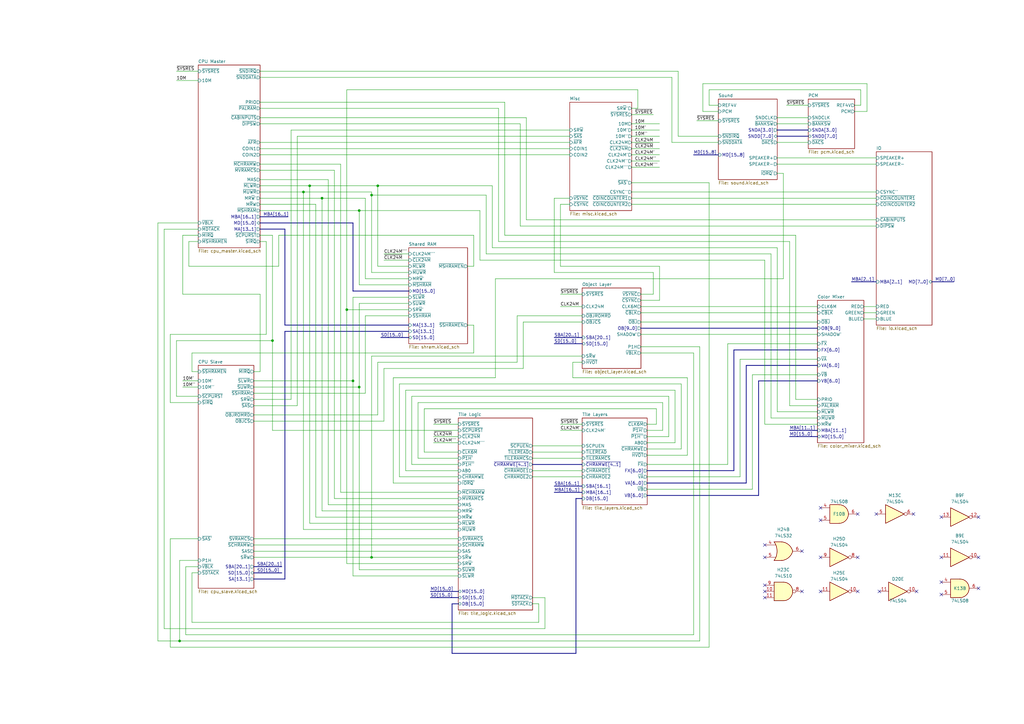
<source format=kicad_sch>
(kicad_sch (version 20230121) (generator eeschema)
  (paper "A3")
  (title_block (title "Gradius 3") (date "2024-04-11") (company "Konami GX945") (comment 1 "Ulf Skutnabba, twitter: @skutis77"))
  (lib_symbols
    (symbol "jt74:74LS04" (pin_names (offset 1.016))
      (property "Reference" "U" (at 0 1.27 0))
      (property "Value" "74LS04" (at 0 -1.27 0))
      (symbol "74LS04_1_0"
        (pin input line (at -7.62 0 0) (length 3.81) (name "~") (number "1"))
        (pin output inverted (at 7.62 0 180) (length 3.81) (name "~") (number "2"))
      )
      (symbol "74LS04_2_0"
        (pin input line (at -7.62 0 0) (length 3.81) (name "~") (number "3"))
        (pin output inverted (at 7.62 0 180) (length 3.81) (name "~") (number "4"))
      )
      (symbol "74LS04_3_0"
        (pin input line (at -7.62 0 0) (length 3.81) (name "~") (number "5"))
        (pin output inverted (at 7.62 0 180) (length 3.81) (name "~") (number "6"))
      )
      (symbol "74LS04_4_0"
        (pin output inverted (at 7.62 0 180) (length 3.81) (name "~") (number "8"))
        (pin input line (at -7.62 0 0) (length 3.81) (name "~") (number "9"))
      )
      (symbol "74LS04_5_0"
        (pin output inverted (at 7.62 0 180) (length 3.81) (name "~") (number "10"))
        (pin input line (at -7.62 0 0) (length 3.81) (name "~") (number "11"))
      )
      (symbol "74LS04_6_0"
        (pin output inverted (at 7.62 0 180) (length 3.81) (name "~") (number "12"))
        (pin input line (at -7.62 0 0) (length 3.81) (name "~") (number "13"))
      )
      (symbol "74LS04_7_0"
        (pin power_in line (at 0 7.62 270) (length 5.08) hide (name "VCC") (number "14"))
        (pin power_in line (at 0 -7.62 90) (length 5.08) hide (name "VSS") (number "7"))
      )
    )
    (symbol "jt74:74LS08" (pin_names (offset 1.016))
      (property "Reference" "U" (at 0 1.27 0))
      (property "Value" "74LS08" (at 0 -1.27 0))
      (symbol "74LS08_1_1"
        (pin input line (at -7.62 2.54 0) (length 3.81) (name "~") (number "1"))
        (pin input line (at -7.62 -2.54 0) (length 3.81) (name "~") (number "2"))
        (pin output line (at 7.62 0 180) (length 3.81) (name "~") (number "3"))
      )
      (symbol "74LS08_1_2"
        (pin input inverted (at -7.62 2.54 0) (length 4.318) (name "~") (number "1"))
        (pin input inverted (at -7.62 -2.54 0) (length 4.318) (name "~") (number "2"))
        (pin output inverted (at 7.62 0 180) (length 3.81) (name "~") (number "3"))
      )
      (symbol "74LS08_2_1"
        (pin input line (at -7.62 2.54 0) (length 3.81) (name "~") (number "4"))
        (pin input line (at -7.62 -2.54 0) (length 3.81) (name "~") (number "5"))
        (pin output line (at 7.62 0 180) (length 3.81) (name "~") (number "6"))
      )
      (symbol "74LS08_2_2"
        (pin input inverted (at -7.62 2.54 0) (length 4.318) (name "~") (number "4"))
        (pin input inverted (at -7.62 -2.54 0) (length 4.318) (name "~") (number "5"))
        (pin output inverted (at 7.62 0 180) (length 3.81) (name "~") (number "6"))
      )
      (symbol "74LS08_3_1"
        (pin input line (at -7.62 -2.54 0) (length 3.81) (name "~") (number "10"))
        (pin output line (at 7.62 0 180) (length 3.81) (name "~") (number "8"))
        (pin input line (at -7.62 2.54 0) (length 3.81) (name "~") (number "9"))
      )
      (symbol "74LS08_3_2"
        (pin input inverted (at -7.62 -2.54 0) (length 4.318) (name "~") (number "10"))
        (pin output inverted (at 7.62 0 180) (length 3.81) (name "~") (number "8"))
        (pin input inverted (at -7.62 2.54 0) (length 4.318) (name "~") (number "9"))
      )
      (symbol "74LS08_4_1"
        (pin output line (at 7.62 0 180) (length 3.81) (name "~") (number "11"))
        (pin input line (at -7.62 2.54 0) (length 3.81) (name "~") (number "12"))
        (pin input line (at -7.62 -2.54 0) (length 3.81) (name "~") (number "13"))
      )
      (symbol "74LS08_4_2"
        (pin output inverted (at 7.62 0 180) (length 3.81) (name "~") (number "11"))
        (pin input inverted (at -7.62 2.54 0) (length 4.318) (name "~") (number "12"))
        (pin input inverted (at -7.62 -2.54 0) (length 4.318) (name "~") (number "13"))
      )
      (symbol "74LS08_5_0"
        (pin power_in line (at 0 7.62 270) (length 5.08) hide (name "VCC") (number "14"))
        (pin power_in line (at 0 -7.62 90) (length 5.08) hide (name "VSS") (number "7"))
      )
    )
    (symbol "jt74:74LS10" (pin_names (offset 1.016))
      (property "Reference" "U" (at 0 1.27 0))
      (property "Value" "74LS10" (at 0 -1.27 0))
      (symbol "74LS10_1_1"
        (pin input line (at -7.62 2.54 0) (length 3.81) (name "~") (number "1"))
        (pin output inverted (at 7.62 0 180) (length 3.81) (name "~") (number "12"))
        (pin input line (at -7.62 -2.54 0) (length 3.81) (name "~") (number "13"))
        (pin input line (at -7.62 0 0) (length 3.81) (name "~") (number "2"))
      )
      (symbol "74LS10_1_2"
        (pin input inverted (at -7.62 2.54 0) (length 4.318) (name "~") (number "1"))
        (pin output line (at 7.62 0 180) (length 3.81) (name "~") (number "12"))
        (pin input inverted (at -7.62 -2.54 0) (length 4.318) (name "~") (number "13"))
        (pin input inverted (at -7.62 0 0) (length 4.953) (name "~") (number "2"))
      )
      (symbol "74LS10_2_1"
        (pin input line (at -7.62 2.54 0) (length 3.81) (name "~") (number "3"))
        (pin input line (at -7.62 0 0) (length 3.81) (name "~") (number "4"))
        (pin input line (at -7.62 -2.54 0) (length 3.81) (name "~") (number "5"))
        (pin output inverted (at 7.62 0 180) (length 3.81) (name "~") (number "6"))
      )
      (symbol "74LS10_2_2"
        (pin input inverted (at -7.62 2.54 0) (length 4.318) (name "~") (number "3"))
        (pin input inverted (at -7.62 0 0) (length 4.953) (name "~") (number "4"))
        (pin input inverted (at -7.62 -2.54 0) (length 4.318) (name "~") (number "5"))
        (pin output line (at 7.62 0 180) (length 3.81) (name "~") (number "6"))
      )
      (symbol "74LS10_3_1"
        (pin input line (at -7.62 0 0) (length 3.81) (name "~") (number "10"))
        (pin input line (at -7.62 -2.54 0) (length 3.81) (name "~") (number "11"))
        (pin output inverted (at 7.62 0 180) (length 3.81) (name "~") (number "8"))
        (pin input line (at -7.62 2.54 0) (length 3.81) (name "~") (number "9"))
      )
      (symbol "74LS10_3_2"
        (pin input inverted (at -7.62 0 0) (length 4.953) (name "~") (number "10"))
        (pin input inverted (at -7.62 -2.54 0) (length 4.318) (name "~") (number "11"))
        (pin output line (at 7.62 0 180) (length 3.81) (name "~") (number "8"))
        (pin input inverted (at -7.62 2.54 0) (length 4.318) (name "~") (number "9"))
      )
      (symbol "74LS10_4_0"
        (pin power_in line (at 0 7.62 270) (length 5.08) hide (name "VCC") (number "14"))
        (pin power_in line (at 0 -7.62 90) (length 5.08) hide (name "VSS") (number "7"))
      )
    )
    (symbol "jt74:74LS32" (pin_names (offset 1.016))
      (property "Reference" "U" (at 0 1.27 0))
      (property "Value" "74LS32" (at 0 -1.27 0))
      (symbol "74LS32_1_1"
        (pin input line (at -7.62 2.54 0) (length 4.318) (name "~") (number "1"))
        (pin input line (at -7.62 -2.54 0) (length 4.318) (name "~") (number "2"))
        (pin output line (at 7.62 0 180) (length 3.81) (name "~") (number "3"))
      )
      (symbol "74LS32_1_2"
        (pin input inverted (at -7.62 2.54 0) (length 3.81) (name "~") (number "1"))
        (pin input inverted (at -7.62 -2.54 0) (length 3.81) (name "~") (number "2"))
        (pin output inverted (at 7.62 0 180) (length 3.81) (name "~") (number "3"))
      )
      (symbol "74LS32_2_1"
        (pin input line (at -7.62 2.54 0) (length 4.318) (name "~") (number "4"))
        (pin input line (at -7.62 -2.54 0) (length 4.318) (name "~") (number "5"))
        (pin output line (at 7.62 0 180) (length 3.81) (name "~") (number "6"))
      )
      (symbol "74LS32_2_2"
        (pin input inverted (at -7.62 2.54 0) (length 3.81) (name "~") (number "4"))
        (pin input inverted (at -7.62 -2.54 0) (length 3.81) (name "~") (number "5"))
        (pin output inverted (at 7.62 0 180) (length 3.81) (name "~") (number "6"))
      )
      (symbol "74LS32_3_1"
        (pin input line (at -7.62 -2.54 0) (length 4.318) (name "~") (number "10"))
        (pin output line (at 7.62 0 180) (length 3.81) (name "~") (number "8"))
        (pin input line (at -7.62 2.54 0) (length 4.318) (name "~") (number "9"))
      )
      (symbol "74LS32_3_2"
        (pin input inverted (at -7.62 -2.54 0) (length 3.81) (name "~") (number "10"))
        (pin output inverted (at 7.62 0 180) (length 3.81) (name "~") (number "8"))
        (pin input inverted (at -7.62 2.54 0) (length 3.81) (name "~") (number "9"))
      )
      (symbol "74LS32_4_1"
        (pin output line (at 7.62 0 180) (length 3.81) (name "~") (number "11"))
        (pin input line (at -7.62 2.54 0) (length 4.318) (name "~") (number "12"))
        (pin input line (at -7.62 -2.54 0) (length 4.318) (name "~") (number "13"))
      )
      (symbol "74LS32_4_2"
        (pin output inverted (at 7.62 0 180) (length 3.81) (name "~") (number "11"))
        (pin input inverted (at -7.62 2.54 0) (length 3.81) (name "~") (number "12"))
        (pin input inverted (at -7.62 -2.54 0) (length 3.81) (name "~") (number "13"))
      )
      (symbol "74LS32_5_0"
        (pin power_in line (at 0 7.62 270) (length 5.08) hide (name "VCC") (number "14"))
        (pin power_in line (at 0 -7.62 90) (length 5.08) hide (name "VSS") (number "7"))
      )
    )
  )
  (junction (at 147.32 86.36))
  (junction (at 144.78 156.21))
  (junction (at 73.66 262.89))
  (junction (at 152.4 80.01))
  (junction (at 142.24 127))
  (junction (at 111.76 139.7))
  (junction (at 132.08 81.28))
  (junction (at 154.94 76.2))
  (junction (at 147.32 158.75))
  (junction (at 152.4 228.6))
  (junction (at 124.46 78.74))
  (junction (at 127 76.2))
  (no_connect (at 386.08 212.09))
  (no_connect (at 336.55 213.36))
  (no_connect (at 351.79 242.57))
  (no_connect (at 328.93 242.57))
  (no_connect (at 313.69 242.57))
  (no_connect (at 336.55 228.6))
  (no_connect (at 336.55 208.28))
  (no_connect (at 313.69 240.03))
  (no_connect (at 374.65 210.82))
  (no_connect (at 375.92 242.57))
  (no_connect (at 401.32 212.09))
  (no_connect (at 386.08 243.84))
  (no_connect (at 401.32 241.3))
  (no_connect (at 351.79 210.82))
  (no_connect (at 359.41 210.82))
  (no_connect (at 336.55 242.57))
  (no_connect (at 328.93 226.06))
  (no_connect (at 313.69 223.52))
  (no_connect (at 360.68 242.57))
  (no_connect (at 313.69 245.11))
  (no_connect (at 351.79 228.6))
  (no_connect (at 313.69 228.6))
  (no_connect (at 386.08 238.76))
  (no_connect (at 401.32 228.6))
  (no_connect (at 386.08 228.6))
  (wire (pts (xy 318.77 50.8) (xy 331.47 50.8)))
  (wire (pts (xy 177.8 179.07) (xy 187.96 179.07)))
  (wire (pts (xy 265.43 184.15) (xy 279.4 184.15)))
  (wire (pts (xy 267.97 111.76) (xy 227.33 111.76)))
  (wire (pts (xy 166.37 193.04) (xy 187.96 193.04)))
  (wire (pts (xy 259.08 81.28) (xy 359.41 81.28)))
  (wire (pts (xy 259.08 66.04) (xy 270.51 66.04)))
  (wire (pts (xy 229.87 125.73) (xy 238.76 125.73)))
  (wire (pts (xy 104.14 156.21) (xy 144.78 156.21)))
  (wire (pts (xy 72.39 139.7) (xy 72.39 162.56)))
  (bus (pts (xy 306.07 149.86) (xy 335.28 149.86)))
  (wire (pts (xy 149.86 114.3) (xy 149.86 81.28)))
  (wire (pts (xy 218.44 195.58) (xy 238.76 195.58)))
  (wire (pts (xy 218.44 245.11) (xy 223.52 245.11)))
  (wire (pts (xy 196.85 106.68) (xy 196.85 86.36)))
  (wire (pts (xy 64.77 91.44) (xy 81.28 91.44)))
  (wire (pts (xy 106.68 41.91) (xy 207.01 41.91)))
  (wire (pts (xy 318.77 58.42) (xy 331.47 58.42)))
  (wire (pts (xy 191.77 109.22) (xy 194.31 109.22)))
  (wire (pts (xy 106.68 86.36) (xy 147.32 86.36)))
  (wire (pts (xy 203.2 154.94) (xy 161.29 154.94)))
  (bus (pts (xy 106.68 88.9) (xy 118.11 88.9)))
  (wire (pts (xy 73.66 262.89) (xy 73.66 229.87)))
  (wire (pts (xy 218.44 193.04) (xy 238.76 193.04)))
  (wire (pts (xy 259.08 78.74) (xy 359.41 78.74)))
  (wire (pts (xy 78.74 255.27) (xy 78.74 234.95)))
  (bus (pts (xy 300.99 143.51) (xy 335.28 143.51)))
  (wire (pts (xy 259.08 55.88) (xy 270.51 55.88)))
  (bus (pts (xy 156.21 138.43) (xy 167.64 138.43)))
  (wire (pts (xy 77.47 99.06) (xy 81.28 99.06)))
  (wire (pts (xy 106.68 58.42) (xy 233.68 58.42)))
  (wire (pts (xy 271.78 176.53) (xy 271.78 165.1)))
  (wire (pts (xy 69.85 165.1) (xy 81.28 165.1)))
  (wire (pts (xy 350.52 43.18) (xy 353.06 43.18)))
  (wire (pts (xy 267.97 120.65) (xy 262.89 120.65)))
  (wire (pts (xy 207.01 41.91) (xy 207.01 96.52)))
  (wire (pts (xy 335.28 168.91) (xy 318.77 168.91)))
  (wire (pts (xy 109.22 99.06) (xy 109.22 137.16)))
  (wire (pts (xy 157.48 172.72) (xy 157.48 151.13)))
  (wire (pts (xy 220.98 255.27) (xy 78.74 255.27)))
  (wire (pts (xy 106.68 76.2) (xy 127 76.2)))
  (wire (pts (xy 106.68 120.65) (xy 74.93 120.65)))
  (wire (pts (xy 353.06 43.18) (xy 353.06 36.83)))
  (wire (pts (xy 163.83 195.58) (xy 187.96 195.58)))
  (wire (pts (xy 177.8 173.99) (xy 187.96 173.99)))
  (bus (pts (xy 104.14 232.41) (xy 115.57 232.41)))
  (bus (pts (xy 104.14 234.95) (xy 115.57 234.95)))
  (wire (pts (xy 265.43 176.53) (xy 271.78 176.53)))
  (wire (pts (xy 194.31 96.52) (xy 114.3 96.52)))
  (wire (pts (xy 318.77 64.77) (xy 359.41 64.77)))
  (wire (pts (xy 106.68 83.82) (xy 129.54 83.82)))
  (wire (pts (xy 212.09 129.54) (xy 238.76 129.54)))
  (wire (pts (xy 73.66 229.87) (xy 81.28 229.87)))
  (wire (pts (xy 142.24 127) (xy 167.64 127)))
  (wire (pts (xy 229.87 109.22) (xy 229.87 83.82)))
  (wire (pts (xy 318.77 48.26) (xy 331.47 48.26)))
  (wire (pts (xy 199.39 104.14) (xy 316.23 104.14)))
  (wire (pts (xy 326.39 96.52) (xy 326.39 163.83)))
  (bus (pts (xy 265.43 198.12) (xy 306.07 198.12)))
  (bus (pts (xy 311.15 156.21) (xy 335.28 156.21)))
  (bus (pts (xy 265.43 193.04) (xy 300.99 193.04)))
  (wire (pts (xy 274.32 179.07) (xy 274.32 162.56)))
  (bus (pts (xy 349.25 115.57) (xy 359.41 115.57)))
  (wire (pts (xy 322.58 43.18) (xy 331.47 43.18)))
  (wire (pts (xy 173.99 167.64) (xy 173.99 185.42)))
  (bus (pts (xy 227.33 201.93) (xy 238.76 201.93)))
  (wire (pts (xy 298.45 190.5) (xy 298.45 140.97)))
  (wire (pts (xy 134.62 73.66) (xy 134.62 207.01)))
  (wire (pts (xy 161.29 154.94) (xy 161.29 198.12)))
  (wire (pts (xy 121.92 55.88) (xy 233.68 55.88)))
  (wire (pts (xy 259.08 46.99) (xy 267.97 46.99)))
  (wire (pts (xy 265.43 200.66) (xy 308.61 200.66)))
  (wire (pts (xy 154.94 148.59) (xy 212.09 148.59)))
  (wire (pts (xy 229.87 173.99) (xy 238.76 173.99)))
  (wire (pts (xy 191.77 133.35) (xy 194.31 133.35)))
  (wire (pts (xy 229.87 120.65) (xy 238.76 120.65)))
  (wire (pts (xy 106.68 67.31) (xy 139.7 67.31)))
  (wire (pts (xy 203.2 114.3) (xy 203.2 154.94)))
  (bus (pts (xy 116.84 135.89) (xy 167.64 135.89)))
  (wire (pts (xy 262.89 144.78) (xy 284.48 144.78)))
  (wire (pts (xy 69.85 265.43) (xy 69.85 220.98)))
  (wire (pts (xy 308.61 200.66) (xy 308.61 153.67)))
  (wire (pts (xy 204.47 99.06) (xy 204.47 44.45)))
  (wire (pts (xy 335.28 166.37) (xy 323.85 166.37)))
  (wire (pts (xy 323.85 99.06) (xy 204.47 99.06)))
  (wire (pts (xy 213.36 50.8) (xy 213.36 92.71)))
  (wire (pts (xy 139.7 67.31) (xy 139.7 201.93)))
  (wire (pts (xy 171.45 187.96) (xy 187.96 187.96)))
  (wire (pts (xy 281.94 186.69) (xy 281.94 154.94)))
  (wire (pts (xy 279.4 184.15) (xy 279.4 157.48)))
  (wire (pts (xy 259.08 74.93) (xy 290.83 74.93)))
  (wire (pts (xy 76.2 260.35) (xy 76.2 232.41)))
  (wire (pts (xy 350.52 45.72) (xy 355.6 45.72)))
  (bus (pts (xy 185.42 247.65) (xy 185.42 267.97)))
  (wire (pts (xy 259.08 83.82) (xy 359.41 83.82)))
  (wire (pts (xy 168.91 190.5) (xy 187.96 190.5)))
  (wire (pts (xy 287.02 142.24) (xy 287.02 262.89)))
  (bus (pts (xy 176.53 242.57) (xy 187.96 242.57)))
  (wire (pts (xy 124.46 217.17) (xy 187.96 217.17)))
  (wire (pts (xy 201.93 101.6) (xy 201.93 76.2)))
  (wire (pts (xy 335.28 171.45) (xy 316.23 171.45)))
  (wire (pts (xy 73.66 262.89) (xy 64.77 262.89)))
  (wire (pts (xy 152.4 111.76) (xy 167.64 111.76)))
  (wire (pts (xy 144.78 156.21) (xy 144.78 236.22)))
  (wire (pts (xy 313.69 106.68) (xy 196.85 106.68)))
  (wire (pts (xy 223.52 245.11) (xy 223.52 257.81)))
  (wire (pts (xy 106.68 60.96) (xy 233.68 60.96)))
  (bus (pts (xy 311.15 203.2) (xy 311.15 156.21)))
  (wire (pts (xy 355.6 34.29) (xy 288.29 34.29)))
  (bus (pts (xy 236.22 267.97) (xy 236.22 204.47)))
  (wire (pts (xy 167.64 109.22) (xy 154.94 109.22)))
  (wire (pts (xy 152.4 146.05) (xy 238.76 146.05)))
  (bus (pts (xy 144.78 119.38) (xy 144.78 91.44)))
  (wire (pts (xy 214.63 151.13) (xy 214.63 132.08)))
  (wire (pts (xy 78.74 152.4) (xy 81.28 152.4)))
  (bus (pts (xy 104.14 237.49) (xy 116.84 237.49)))
  (wire (pts (xy 104.14 158.75) (xy 147.32 158.75)))
  (wire (pts (xy 157.48 151.13) (xy 214.63 151.13)))
  (wire (pts (xy 132.08 81.28) (xy 149.86 81.28)))
  (wire (pts (xy 147.32 86.36) (xy 147.32 116.84)))
  (wire (pts (xy 279.4 157.48) (xy 163.83 157.48)))
  (wire (pts (xy 78.74 144.78) (xy 78.74 152.4)))
  (wire (pts (xy 144.78 121.92) (xy 144.78 156.21)))
  (wire (pts (xy 74.93 96.52) (xy 81.28 96.52)))
  (wire (pts (xy 111.76 139.7) (xy 72.39 139.7)))
  (wire (pts (xy 354.33 128.27) (xy 359.41 128.27)))
  (wire (pts (xy 321.31 71.12) (xy 321.31 114.3)))
  (wire (pts (xy 223.52 257.81) (xy 67.31 257.81)))
  (wire (pts (xy 281.94 154.94) (xy 234.95 154.94)))
  (wire (pts (xy 142.24 127) (xy 142.24 36.83)))
  (bus (pts (xy 318.77 53.34) (xy 331.47 53.34)))
  (wire (pts (xy 262.89 128.27) (xy 335.28 128.27)))
  (wire (pts (xy 127 76.2) (xy 127 214.63)))
  (wire (pts (xy 147.32 158.75) (xy 147.32 233.68)))
  (wire (pts (xy 354.33 125.73) (xy 359.41 125.73)))
  (wire (pts (xy 259.08 50.8) (xy 270.51 50.8)))
  (wire (pts (xy 106.68 48.26) (xy 215.9 48.26)))
  (wire (pts (xy 274.32 162.56) (xy 168.91 162.56)))
  (wire (pts (xy 147.32 116.84) (xy 167.64 116.84)))
  (wire (pts (xy 72.39 29.21) (xy 81.28 29.21)))
  (wire (pts (xy 354.33 130.81) (xy 359.41 130.81)))
  (wire (pts (xy 270.51 123.19) (xy 270.51 109.22)))
  (wire (pts (xy 64.77 262.89) (xy 64.77 91.44)))
  (wire (pts (xy 76.2 260.35) (xy 284.48 260.35)))
  (wire (pts (xy 187.96 214.63) (xy 127 214.63)))
  (wire (pts (xy 104.14 161.29) (xy 149.86 161.29)))
  (wire (pts (xy 262.89 137.16) (xy 335.28 137.16)))
  (wire (pts (xy 104.14 166.37) (xy 121.92 166.37)))
  (wire (pts (xy 106.68 69.85) (xy 137.16 69.85)))
  (wire (pts (xy 104.14 223.52) (xy 187.96 223.52)))
  (wire (pts (xy 106.68 78.74) (xy 124.46 78.74)))
  (wire (pts (xy 168.91 162.56) (xy 168.91 190.5)))
  (wire (pts (xy 137.16 204.47) (xy 187.96 204.47)))
  (wire (pts (xy 173.99 185.42) (xy 187.96 185.42)))
  (wire (pts (xy 132.08 81.28) (xy 132.08 209.55)))
  (wire (pts (xy 104.14 226.06) (xy 187.96 226.06)))
  (wire (pts (xy 106.68 50.8) (xy 213.36 50.8)))
  (wire (pts (xy 298.45 140.97) (xy 335.28 140.97)))
  (wire (pts (xy 104.14 228.6) (xy 152.4 228.6)))
  (bus (pts (xy 265.43 203.2) (xy 311.15 203.2)))
  (wire (pts (xy 144.78 236.22) (xy 187.96 236.22)))
  (bus (pts (xy 116.84 133.35) (xy 167.64 133.35)))
  (bus (pts (xy 236.22 204.47) (xy 238.76 204.47)))
  (wire (pts (xy 265.43 195.58) (xy 303.53 195.58)))
  (wire (pts (xy 262.89 123.19) (xy 270.51 123.19)))
  (wire (pts (xy 269.24 167.64) (xy 269.24 173.99)))
  (bus (pts (xy 187.96 247.65) (xy 185.42 247.65)))
  (wire (pts (xy 127 76.2) (xy 154.94 76.2)))
  (bus (pts (xy 323.85 179.07) (xy 335.28 179.07)))
  (wire (pts (xy 149.86 129.54) (xy 149.86 161.29)))
  (wire (pts (xy 288.29 34.29) (xy 288.29 45.72)))
  (wire (pts (xy 104.14 170.18) (xy 154.94 170.18)))
  (wire (pts (xy 106.68 29.21) (xy 278.13 29.21)))
  (wire (pts (xy 285.75 49.53) (xy 294.64 49.53)))
  (wire (pts (xy 69.85 137.16) (xy 69.85 165.1)))
  (wire (pts (xy 262.89 125.73) (xy 335.28 125.73)))
  (wire (pts (xy 212.09 148.59) (xy 212.09 129.54)))
  (wire (pts (xy 323.85 166.37) (xy 323.85 99.06)))
  (bus (pts (xy 106.68 93.98) (xy 116.84 93.98)))
  (wire (pts (xy 265.43 190.5) (xy 298.45 190.5)))
  (wire (pts (xy 194.31 96.52) (xy 194.31 109.22)))
  (wire (pts (xy 267.97 120.65) (xy 267.97 111.76)))
  (wire (pts (xy 355.6 45.72) (xy 355.6 34.29)))
  (bus (pts (xy 167.64 119.38) (xy 144.78 119.38)))
  (wire (pts (xy 196.85 86.36) (xy 147.32 86.36)))
  (wire (pts (xy 318.77 168.91) (xy 318.77 101.6)))
  (wire (pts (xy 152.4 80.01) (xy 152.4 111.76)))
  (wire (pts (xy 106.68 44.45) (xy 204.47 44.45)))
  (wire (pts (xy 119.38 53.34) (xy 233.68 53.34)))
  (wire (pts (xy 76.2 232.41) (xy 81.28 232.41)))
  (wire (pts (xy 227.33 81.28) (xy 233.68 81.28)))
  (wire (pts (xy 335.28 173.99) (xy 313.69 173.99)))
  (wire (pts (xy 218.44 185.42) (xy 238.76 185.42)))
  (wire (pts (xy 142.24 36.83) (xy 261.62 36.83)))
  (bus (pts (xy 116.84 237.49) (xy 116.84 135.89)))
  (wire (pts (xy 152.4 228.6) (xy 152.4 146.05)))
  (wire (pts (xy 284.48 144.78) (xy 284.48 260.35)))
  (wire (pts (xy 259.08 63.5) (xy 270.51 63.5)))
  (wire (pts (xy 261.62 44.45) (xy 261.62 36.83)))
  (wire (pts (xy 229.87 176.53) (xy 238.76 176.53)))
  (wire (pts (xy 72.39 162.56) (xy 81.28 162.56)))
  (wire (pts (xy 106.68 152.4) (xy 106.68 120.65)))
  (bus (pts (xy 227.33 138.43) (xy 238.76 138.43)))
  (bus (pts (xy 218.44 190.5) (xy 238.76 190.5)))
  (wire (pts (xy 220.98 247.65) (xy 220.98 255.27)))
  (wire (pts (xy 227.33 111.76) (xy 227.33 81.28)))
  (wire (pts (xy 167.64 114.3) (xy 149.86 114.3)))
  (wire (pts (xy 187.96 233.68) (xy 147.32 233.68)))
  (wire (pts (xy 73.66 262.89) (xy 287.02 262.89)))
  (bus (pts (xy 262.89 134.62) (xy 335.28 134.62)))
  (wire (pts (xy 270.51 109.22) (xy 229.87 109.22)))
  (wire (pts (xy 142.24 127) (xy 142.24 231.14)))
  (wire (pts (xy 259.08 44.45) (xy 261.62 44.45)))
  (wire (pts (xy 134.62 207.01) (xy 187.96 207.01)))
  (bus (pts (xy 176.53 245.11) (xy 187.96 245.11)))
  (wire (pts (xy 294.64 55.88) (xy 278.13 55.88)))
  (wire (pts (xy 214.63 132.08) (xy 238.76 132.08)))
  (wire (pts (xy 321.31 114.3) (xy 203.2 114.3)))
  (wire (pts (xy 303.53 147.32) (xy 335.28 147.32)))
  (wire (pts (xy 77.47 99.06) (xy 77.47 109.22)))
  (wire (pts (xy 262.89 132.08) (xy 335.28 132.08)))
  (wire (pts (xy 104.14 152.4) (xy 106.68 152.4)))
  (wire (pts (xy 271.78 165.1) (xy 171.45 165.1)))
  (wire (pts (xy 149.86 129.54) (xy 167.64 129.54)))
  (wire (pts (xy 259.08 58.42) (xy 270.51 58.42)))
  (bus (pts (xy 300.99 193.04) (xy 300.99 143.51)))
  (wire (pts (xy 106.68 81.28) (xy 132.08 81.28)))
  (bus (pts (xy 227.33 140.97) (xy 238.76 140.97)))
  (wire (pts (xy 275.59 58.42) (xy 275.59 31.75)))
  (bus (pts (xy 144.78 91.44) (xy 106.68 91.44)))
  (wire (pts (xy 265.43 173.99) (xy 269.24 173.99)))
  (wire (pts (xy 207.01 96.52) (xy 326.39 96.52)))
  (wire (pts (xy 288.29 45.72) (xy 294.64 45.72)))
  (wire (pts (xy 154.94 109.22) (xy 154.94 76.2)))
  (wire (pts (xy 69.85 220.98) (xy 81.28 220.98)))
  (wire (pts (xy 187.96 176.53) (xy 111.76 176.53)))
  (wire (pts (xy 278.13 29.21) (xy 278.13 55.88)))
  (bus (pts (xy 227.33 199.39) (xy 238.76 199.39)))
  (wire (pts (xy 290.83 43.18) (xy 294.64 43.18)))
  (wire (pts (xy 316.23 171.45) (xy 316.23 104.14)))
  (wire (pts (xy 326.39 163.83) (xy 335.28 163.83)))
  (wire (pts (xy 139.7 201.93) (xy 187.96 201.93)))
  (wire (pts (xy 157.48 106.68) (xy 167.64 106.68)))
  (wire (pts (xy 353.06 36.83) (xy 290.83 36.83)))
  (wire (pts (xy 106.68 63.5) (xy 233.68 63.5)))
  (wire (pts (xy 229.87 83.82) (xy 233.68 83.82)))
  (bus (pts (xy 382.27 115.57) (xy 391.16 115.57)))
  (wire (pts (xy 318.77 67.31) (xy 359.41 67.31)))
  (wire (pts (xy 290.83 265.43) (xy 69.85 265.43)))
  (bus (pts (xy 323.85 176.53) (xy 335.28 176.53)))
  (wire (pts (xy 318.77 101.6) (xy 201.93 101.6)))
  (wire (pts (xy 104.14 220.98) (xy 187.96 220.98)))
  (wire (pts (xy 121.92 166.37) (xy 121.92 55.88)))
  (wire (pts (xy 215.9 90.17) (xy 359.41 90.17)))
  (wire (pts (xy 215.9 48.26) (xy 215.9 90.17)))
  (wire (pts (xy 104.14 163.83) (xy 119.38 163.83)))
  (wire (pts (xy 313.69 173.99) (xy 313.69 106.68)))
  (wire (pts (xy 114.3 109.22) (xy 77.47 109.22)))
  (wire (pts (xy 187.96 231.14) (xy 142.24 231.14)))
  (wire (pts (xy 106.68 96.52) (xy 111.76 96.52)))
  (wire (pts (xy 171.45 165.1) (xy 171.45 187.96)))
  (wire (pts (xy 111.76 96.52) (xy 111.76 139.7)))
  (wire (pts (xy 265.43 179.07) (xy 274.32 179.07)))
  (wire (pts (xy 132.08 209.55) (xy 187.96 209.55)))
  (wire (pts (xy 269.24 167.64) (xy 173.99 167.64)))
  (wire (pts (xy 154.94 170.18) (xy 154.94 148.59)))
  (wire (pts (xy 234.95 148.59) (xy 238.76 148.59)))
  (wire (pts (xy 74.93 156.21) (xy 81.28 156.21)))
  (wire (pts (xy 201.93 76.2) (xy 154.94 76.2)))
  (wire (pts (xy 109.22 99.06) (xy 106.68 99.06)))
  (wire (pts (xy 152.4 228.6) (xy 187.96 228.6)))
  (wire (pts (xy 106.68 73.66) (xy 134.62 73.66)))
  (wire (pts (xy 74.93 158.75) (xy 81.28 158.75)))
  (wire (pts (xy 308.61 153.67) (xy 335.28 153.67)))
  (wire (pts (xy 290.83 36.83) (xy 290.83 43.18)))
  (wire (pts (xy 194.31 144.78) (xy 78.74 144.78)))
  (wire (pts (xy 199.39 80.01) (xy 152.4 80.01)))
  (wire (pts (xy 152.4 80.01) (xy 152.4 78.74)))
  (bus (pts (xy 318.77 55.88) (xy 331.47 55.88)))
  (bus (pts (xy 284.48 63.5) (xy 294.64 63.5)))
  (wire (pts (xy 276.86 160.02) (xy 166.37 160.02)))
  (wire (pts (xy 194.31 144.78) (xy 194.31 133.35)))
  (wire (pts (xy 69.85 137.16) (xy 109.22 137.16)))
  (wire (pts (xy 74.93 120.65) (xy 74.93 96.52)))
  (wire (pts (xy 199.39 104.14) (xy 199.39 80.01)))
  (wire (pts (xy 218.44 182.88) (xy 238.76 182.88)))
  (wire (pts (xy 78.74 234.95) (xy 81.28 234.95)))
  (bus (pts (xy 116.84 133.35) (xy 116.84 93.98)))
  (wire (pts (xy 147.32 124.46) (xy 167.64 124.46)))
  (wire (pts (xy 259.08 53.34) (xy 270.51 53.34)))
  (wire (pts (xy 144.78 121.92) (xy 167.64 121.92)))
  (wire (pts (xy 276.86 181.61) (xy 276.86 160.02)))
  (wire (pts (xy 137.16 69.85) (xy 137.16 204.47)))
  (wire (pts (xy 104.14 172.72) (xy 157.48 172.72)))
  (wire (pts (xy 294.64 58.42) (xy 275.59 58.42)))
  (wire (pts (xy 124.46 78.74) (xy 124.46 217.17)))
  (wire (pts (xy 129.54 212.09) (xy 129.54 83.82)))
  (wire (pts (xy 321.31 71.12) (xy 318.77 71.12)))
  (bus (pts (xy 306.07 198.12) (xy 306.07 149.86)))
  (wire (pts (xy 265.43 181.61) (xy 276.86 181.61)))
  (wire (pts (xy 218.44 247.65) (xy 220.98 247.65)))
  (wire (pts (xy 72.39 33.02) (xy 81.28 33.02)))
  (wire (pts (xy 124.46 78.74) (xy 152.4 78.74)))
  (bus (pts (xy 185.42 267.97) (xy 236.22 267.97)))
  (wire (pts (xy 213.36 92.71) (xy 359.41 92.71)))
  (wire (pts (xy 67.31 257.81) (xy 67.31 93.98)))
  (wire (pts (xy 157.48 104.14) (xy 167.64 104.14)))
  (wire (pts (xy 163.83 157.48) (xy 163.83 195.58)))
  (wire (pts (xy 111.76 176.53) (xy 111.76 139.7)))
  (wire (pts (xy 259.08 60.96) (xy 270.51 60.96)))
  (wire (pts (xy 161.29 198.12) (xy 187.96 198.12)))
  (wire (pts (xy 290.83 74.93) (xy 290.83 265.43)))
  (wire (pts (xy 187.96 212.09) (xy 129.54 212.09)))
  (wire (pts (xy 119.38 163.83) (xy 119.38 53.34)))
  (wire (pts (xy 303.53 195.58) (xy 303.53 147.32)))
  (wire (pts (xy 259.08 68.58) (xy 270.51 68.58)))
  (wire (pts (xy 262.89 142.24) (xy 287.02 142.24)))
  (wire (pts (xy 166.37 160.02) (xy 166.37 193.04)))
  (wire (pts (xy 147.32 124.46) (xy 147.32 158.75)))
  (wire (pts (xy 234.95 148.59) (xy 234.95 154.94)))
  (wire (pts (xy 114.3 96.52) (xy 114.3 109.22)))
  (wire (pts (xy 218.44 187.96) (xy 238.76 187.96)))
  (wire (pts (xy 106.68 31.75) (xy 275.59 31.75)))
  (wire (pts (xy 265.43 186.69) (xy 281.94 186.69)))
  (wire (pts (xy 177.8 181.61) (xy 187.96 181.61)))
  (wire (pts (xy 67.31 93.98) (xy 81.28 93.98)))
  (label "MBA[2..1]" (at 349.25 115.57 0))
  (label "10M''" (at 260.35 55.88 0))
  (label "~{CLK24M}" (at 157.48 106.68 0))
  (label "~{SYSRES}" (at 229.87 120.65 0))
  (label "MBA[16..1]" (at 227.33 201.93 0))
  (label "MD[7..0]" (at 383.54 115.57 0))
  (label "~{SYSRES}" (at 72.39 29.21 0))
  (label "SBA[20..1]" (at 227.33 138.43 0))
  (label "CLK24M'" (at 229.87 176.53 0))
  (label "SD[15..0]" (at 156.21 138.43 0))
  (label "CLK24M'''" (at 260.35 68.58 0))
  (label "10M'" (at 260.35 53.34 0))
  (label "~{SYSRES}" (at 229.87 173.99 0))
  (label "~{CLK24M}" (at 177.8 179.07 0))
  (label "MD[15..0]" (at 176.53 242.57 0))
  (label "CLK24M'''" (at 177.8 181.61 0))
  (label "CLK24M" (at 260.35 58.42 0))
  (label "CLK24M''" (at 260.35 66.04 0))
  (label "SBA[16..1]" (at 227.33 199.39 0))
  (label "CLK24M" (at 229.87 125.73 0))
  (label "CLK24M'" (at 260.35 63.5 0))
  (label "SD[15..0]" (at 227.33 140.97 0))
  (label "10M" (at 72.39 33.02 0))
  (label "10M''" (at 74.93 158.75 0))
  (label "SBA[20..1]" (at 105.41 232.41 0))
  (label "10M" (at 260.35 50.8 0))
  (label "CLK24M'''" (at 157.48 104.14 0))
  (label "~{CLK24M}" (at 260.35 60.96 0))
  (label "SD[15..0]" (at 105.41 234.95 0))
  (label "~{SYSRES}" (at 285.75 49.53 0))
  (label "~{SYSRES}" (at 322.58 43.18 0))
  (label "~{SYSRES}" (at 260.35 46.99 0))
  (label "MBA[11..1]" (at 323.85 176.53 0))
  (label "~{SYSRES}" (at 177.8 173.99 0))
  (label "MD[15..0]" (at 323.85 179.07 0))
  (label "10M'" (at 74.93 156.21 0))
  (label "MD[15..8]" (at 284.48 63.5 0))
  (label "MBA[16..1]" (at 107.95 88.9 0))
  (label "SD[15..0]" (at 176.53 245.11 0))
  (symbol (lib_id "jt74:74LS08") (at 393.7 241.3 0) (unit 2)
    (property "Reference" "K13" (at 393.7 241.3 0))
    (property "Value" "74LS08" (at 393.7 246.38 0))
    (property "Datasheet" "http://www.ti.com/lit/gpn/sn74LS08" (effects hide))
  )
  (symbol (lib_id "jt74:74LS04") (at 393.7 212.09 0) (unit 6)
    (property "Reference" "B9" (at 393.7 203.2 0))
    (property "Value" "74LS04" (at 393.7 205.74 0))
    (property "Datasheet" "http://www.ti.com/lit/gpn/sn74LS04" (effects hide))
  )
  (symbol (lib_id "jt74:74LS08") (at 344.17 210.82 0) (unit 2)
    (property "Reference" "F10" (at 344.17 210.82 0))
    (property "Value" "74LS08" (at 344.17 205.74 0))
    (property "Datasheet" "http://www.ti.com/lit/gpn/sn74LS08" (effects hide))
  )
  (symbol (lib_id "jt74:74LS04") (at 344.17 242.57 0) (unit 5)
    (property "Reference" "H25" (at 344.17 234.95 0))
    (property "Value" "74LS04" (at 344.17 237.49 0))
    (property "Datasheet" "http://www.ti.com/lit/gpn/sn74LS04" (effects hide))
  )
  (symbol (lib_id "jt74:74LS04") (at 368.3 242.57 0) (unit 5)
    (property "Reference" "D20" (at 368.3 237.49 0))
    (property "Value" "74LS04" (at 368.3 246.38 0))
    (property "Datasheet" "http://www.ti.com/lit/gpn/sn74LS04" (effects hide))
  )
  (symbol (lib_id "jt74:74LS04") (at 344.17 228.6 0) (unit 4)
    (property "Reference" "H25" (at 344.17 220.98 0))
    (property "Value" "74LS04" (at 344.17 223.52 0))
    (property "Datasheet" "http://www.ti.com/lit/gpn/sn74LS04" (effects hide))
  )
  (symbol (lib_id "jt74:74LS10") (at 321.31 242.57 0) (unit 3)
    (property "Reference" "H23" (at 321.3017 233.68 0))
    (property "Value" "74LS10" (at 321.3017 236.22 0))
    (property "Datasheet" "http://www.ti.com/lit/gpn/sn74LS10" (effects hide))
  )
  (symbol (lib_id "jt74:74LS04") (at 393.7 228.6 0) (unit 5)
    (property "Reference" "B9" (at 393.7 219.71 0))
    (property "Value" "74LS04" (at 393.7 222.25 0))
    (property "Datasheet" "http://www.ti.com/lit/gpn/sn74LS04" (effects hide))
  )
  (symbol (lib_id "jt74:74LS32") (at 321.31 226.06 0) (unit 2)
    (property "Reference" "H24" (at 321.31 217.17 0))
    (property "Value" "74LS32" (at 321.31 219.71 0))
    (property "Datasheet" "http://www.ti.com/lit/gpn/sn74LS32" (effects hide))
  )
  (symbol (lib_id "jt74:74LS04") (at 367.03 210.82 0) (unit 3)
    (property "Reference" "M13" (at 367.03 203.2 0))
    (property "Value" "74LS04" (at 367.03 205.74 0))
    (property "Datasheet" "http://www.ti.com/lit/gpn/sn74LS04" (effects hide))
  )
  (sheet (at 233.68 41.91) (size 25.4 44.45) (stroke (width 0.1524))
    (property "Sheetname" "Misc" (at 233.68 41.1984 0) (effects (justify left bottom)))
    (property "Sheetfile" "misc.kicad_sch" (at 233.68 86.9446 0) (effects (justify left top)))
    (pin "CSYNC''" output (at 259.08 78.74 0))
    (pin "~{SYSRES}" output (at 259.08 46.99 0))
    (pin "10M'" output (at 259.08 53.34 0))
    (pin "10M" output (at 259.08 50.8 0))
    (pin "SR~{W}" input (at 233.68 53.34 180))
    (pin "~{CSYNC}" input (at 233.68 83.82 180))
    (pin "~{VSYNC}" input (at 233.68 81.28 180))
    (pin "~{SAS}" input (at 233.68 55.88 180))
    (pin "~{SAS'}" output (at 259.08 74.93 0))
    (pin "SR~{W}'" output (at 259.08 44.45 0))
    (pin "10M''" output (at 259.08 55.88 0))
    (pin "~{COINCOUNTER2}" output (at 259.08 83.82 0))
    (pin "CLK24M" output (at 259.08 58.42 0))
    (pin "CLK24M'" output (at 259.08 63.5 0))
    (pin "~{CLK24M}" output (at 259.08 60.96 0))
    (pin "CLK24M'''" output (at 259.08 68.58 0))
    (pin "~{COINCOUNTER1}" output (at 259.08 81.28 0))
    (pin "~{AFR}" input (at 233.68 58.42 180))
    (pin "COIN2" input (at 233.68 63.5 180))
    (pin "COIN1" input (at 233.68 60.96 180))
    (pin "CLK24M''" output (at 259.08 66.04 0))
  )
  (sheet (at 331.47 40.64) (size 19.05 20.32) (stroke (width 0.1524))
    (property "Sheetname" "PCM" (at 331.47 39.9284 0) (effects (justify left bottom)))
    (property "Sheetfile" "pcm.kicad_sch" (at 331.47 61.5446 0) (effects (justify left top)))
    (pin "~{SYSRES}" input (at 331.47 43.18 180))
    (pin "~{DACS}" input (at 331.47 58.42 180))
    (pin "SNDD[7..0]" bidirectional (at 331.47 55.88 180))
    (pin "SNDCLK" input (at 331.47 48.26 180))
    (pin "~{BANKSW}" input (at 331.47 50.8 180))
    (pin "REF4V" output (at 350.52 43.18 0))
    (pin "PCM" output (at 350.52 45.72 0))
    (pin "SNDA[3..0]" input (at 331.47 53.34 180))
  )
  (sheet (at 81.28 26.67) (size 25.4 74.93) (stroke (width 0.1524))
    (property "Sheetname" "CPU Master" (at 81.28 25.9584 0) (effects (justify left bottom)))
    (property "Sheetfile" "cpu_master.kicad_sch" (at 81.28 102.1846 0) (effects (justify left top)))
    (pin "MR~{W}'" output (at 106.68 81.28 0))
    (pin "~{MDTACK}" input (at 81.28 93.98 180))
    (pin "~{MSHRAMEN}" input (at 81.28 99.06 180))
    (pin "MAS" output (at 106.68 73.66 0))
    (pin "~{SYSRES}" input (at 81.28 29.21 180))
    (pin "10M" input (at 81.28 33.02 180))
    (pin "~{VBLK}" input (at 81.28 91.44 180))
    (pin "MBA[16..1]" output (at 106.68 88.9 0))
    (pin "PRIO" output (at 106.68 41.91 0))
    (pin "COIN1" output (at 106.68 60.96 0))
    (pin "~{SCPURST}" output (at 106.68 96.52 0))
    (pin "COIN2" output (at 106.68 63.5 0))
    (pin "~{MUWR}" output (at 106.68 78.74 0))
    (pin "M~{R}W" output (at 106.68 83.82 0))
    (pin "~{MLWR}" output (at 106.68 76.2 0))
    (pin "~{SNDIRQ}" output (at 106.68 29.21 0))
    (pin "~{PALRAM}" output (at 106.68 44.45 0))
    (pin "~{MSHRAM}" output (at 106.68 86.36 0))
    (pin "~{SNDDATA}" output (at 106.68 31.75 0))
    (pin "~{DIPSW}" output (at 106.68 50.8 0))
    (pin "~{MCHRAMW}" output (at 106.68 67.31 0))
    (pin "~{AFR}" output (at 106.68 58.42 0))
    (pin "~{MVRAMCS}" output (at 106.68 69.85 0))
    (pin "~{SIRQ}" output (at 106.68 99.06 0))
    (pin "~{CABINPUTS}" output (at 106.68 48.26 0))
    (pin "MD[15..0]" bidirectional (at 106.68 91.44 0))
    (pin "~{MIRQ}" input (at 81.28 96.52 180))
    (pin "MA[13..1]" output (at 106.68 93.98 0))
  )
  (sheet (at 335.28 123.19) (size 19.05 58.42) (stroke (width 0.1524))
    (property "Sheetname" "Color Mixer" (at 335.28 122.4784 0) (effects (justify left bottom)))
    (property "Sheetfile" "color_mixer.kicad_sch" (at 335.28 182.1946 0) (effects (justify left top)))
    (pin "M~{R}W" input (at 335.28 173.99 180))
    (pin "~{PALRAM}" input (at 335.28 166.37 180))
    (pin "MD[15..0]" tri_state (at 335.28 179.07 180))
    (pin "~{MLWR}" input (at 335.28 168.91 180))
    (pin "~{MUWR}" input (at 335.28 171.45 180))
    (pin "~{CBLK}" input (at 335.28 128.27 180))
    (pin "CLK6M" input (at 335.28 125.73 180))
    (pin "~{VB}" input (at 335.28 153.67 180))
    (pin "~{VA}" input (at 335.28 147.32 180))
    (pin "~{FX}" input (at 335.28 140.97 180))
    (pin "~{OBJ}" input (at 335.28 132.08 180))
    (pin "PRIO" input (at 335.28 163.83 180))
    (pin "VA[6..0]" input (at 335.28 149.86 180))
    (pin "FX[6..0]" input (at 335.28 143.51 180))
    (pin "OB[9..0]" input (at 335.28 134.62 180))
    (pin "VB[6..0]" input (at 335.28 156.21 180))
    (pin "SHADOW'" input (at 335.28 137.16 180))
    (pin "RED" output (at 354.33 125.73 0))
    (pin "GREEN" output (at 354.33 128.27 0))
    (pin "BLUE" output (at 354.33 130.81 0))
    (pin "MBA[11..1]" input (at 335.28 176.53 180))
  )
  (sheet (at 359.41 62.23) (size 22.86 71.12) (stroke (width 0.1524))
    (property "Sheetname" "IO" (at 359.41 61.5184 0) (effects (justify left bottom)))
    (property "Sheetfile" "io.kicad_sch" (at 359.41 133.9346 0) (effects (justify left top)))
    (pin "~{DIPSW}" input (at 359.41 92.71 180))
    (pin "MBA[2..1]" input (at 359.41 115.57 180))
    (pin "MD[7..0]" bidirectional (at 382.27 115.57 0))
    (pin "~{CABINPUTS}" input (at 359.41 90.17 180))
    (pin "~{COINCOUNTER2}" input (at 359.41 83.82 180))
    (pin "CSYNC''" input (at 359.41 78.74 180))
    (pin "SPEAKER-" input (at 359.41 67.31 180))
    (pin "GREEN" input (at 359.41 128.27 180))
    (pin "SPEAKER+" input (at 359.41 64.77 180))
    (pin "BLUE" input (at 359.41 130.81 180))
    (pin "RED" input (at 359.41 125.73 180))
    (pin "~{COINCOUNTER1}" input (at 359.41 81.28 180))
  )
  (sheet (at 167.64 101.6) (size 24.13 39.37) (stroke (width 0.1524))
    (property "Sheetname" "Shared RAM" (at 167.64 100.8884 0) (effects (justify left bottom)))
    (property "Sheetfile" "shram.kicad_sch" (at 167.64 141.5546 0) (effects (justify left top)))
    (pin "MR~{W}'" input (at 167.64 114.3 180))
    (pin "MD[15..0]" bidirectional (at 167.64 119.38 180))
    (pin "SR~{W}'" input (at 167.64 127 180))
    (pin "SD[15..0]" bidirectional (at 167.64 138.43 180))
    (pin "~{SSHRAMEN}" output (at 191.77 133.35 0))
    (pin "~{SSHRAM}" input (at 167.64 129.54 180))
    (pin "~{MSHRAM}" input (at 167.64 116.84 180))
    (pin "~{MSHRAMEN}" output (at 191.77 109.22 0))
    (pin "~{SUWR}" input (at 167.64 124.46 180))
    (pin "~{SLWR}" input (at 167.64 121.92 180))
    (pin "~{MUWR}" input (at 167.64 111.76 180))
    (pin "~{MLWR}" input (at 167.64 109.22 180))
    (pin "MA[13..1]" input (at 167.64 133.35 180))
    (pin "SA[13..1]" input (at 167.64 135.89 180))
    (pin "~{CLK24M}" input (at 167.64 106.68 180))
    (pin "CLK24M'''" input (at 167.64 104.14 180))
  )
  (sheet (at 81.28 149.86) (size 22.86 91.44) (stroke (width 0.1524))
    (property "Sheetname" "CPU Slave" (at 81.28 149.1484 0) (effects (justify left bottom)))
    (property "Sheetfile" "cpu_slave.kicad_sch" (at 81.28 241.8846 0) (effects (justify left top)))
    (pin "~{SDTACK}" input (at 81.28 234.95 180))
    (pin "~{OBJROMRD}" output (at 104.14 170.18 0))
    (pin "10M'" input (at 81.28 156.21 180))
    (pin "SBA[20..1]" output (at 104.14 232.41 0))
    (pin "~{SAS'}" input (at 81.28 220.98 180))
    (pin "~{SAS}" output (at 104.14 166.37 0))
    (pin "10M''" input (at 81.28 158.75 180))
    (pin "~{SSHRAMEN}" input (at 81.28 152.4 180))
    (pin "~{SCPURST}" input (at 81.28 162.56 180))
    (pin "SD[15..0]" bidirectional (at 104.14 234.95 0))
    (pin "~{VBLK}" input (at 81.28 232.41 180))
    (pin "~{SIRQ}" input (at 81.28 165.1 180))
    (pin "~{SLWR}" output (at 104.14 156.21 0))
    (pin "~{SUWR}" output (at 104.14 158.75 0))
    (pin "S~{R}W" output (at 104.14 228.6 0))
    (pin "SAS" output (at 104.14 226.06 0))
    (pin "~{SVRAMCS}" output (at 104.14 220.98 0))
    (pin "~{SSHRAM}" output (at 104.14 161.29 0))
    (pin "~{SCHRAMW}" output (at 104.14 223.52 0))
    (pin "~{MIRQ}" output (at 104.14 152.4 0))
    (pin "~{OBJCS}" output (at 104.14 172.72 0))
    (pin "P1H" input (at 81.28 229.87 180))
    (pin "SR~{W}" output (at 104.14 163.83 0))
    (pin "SA[13..1]" output (at 104.14 237.49 0))
  )
  (sheet (at 238.76 171.45) (size 26.67 35.56) (stroke (width 0.1524))
    (property "Sheetname" "Tile Layers" (at 238.76 170.7384 0) (effects (justify left bottom)))
    (property "Sheetfile" "tile_layers.kicad_sch" (at 238.76 207.5946 0) (effects (justify left top)))
    (pin "FX[6..0]" output (at 265.43 193.04 0))
    (pin "~{FX}" output (at 265.43 190.5 0))
    (pin "VA[6..0]" output (at 265.43 198.12 0))
    (pin "~{VA}" output (at 265.43 195.58 0))
    (pin "~{P1H'}" output (at 265.43 176.53 0))
    (pin "~{VB}" output (at 265.43 200.66 0))
    (pin "VB[6..0]" output (at 265.43 203.2 0))
    (pin "CLK24M'" input (at 238.76 176.53 180))
    (pin "~{SYSRES}" input (at 238.76 173.99 180))
    (pin "~{TILEREAD}" input (at 238.76 185.42 180))
    (pin "~{P1H''}" output (at 265.43 179.07 0))
    (pin "~{CLK6M}" output (at 265.43 173.99 0))
    (pin "MBA[16..1]" input (at 238.76 201.93 180))
    (pin "SBA[16..1]" input (at 238.76 199.39 180))
    (pin "~{CHRAMOE2}" input (at 238.76 195.58 180))
    (pin "~{CHRAMOE1}" input (at 238.76 193.04 180))
    (pin "DB[15..0]" input (at 238.76 204.47 180))
    (pin "~{CHRAMWE}" output (at 265.43 184.15 0))
    (pin "~{TILERAMCS}" input (at 238.76 187.96 180))
    (pin "~{HVOT}" output (at 265.43 186.69 0))
    (pin "SCPUEN" input (at 238.76 182.88 180))
    (pin "~{CHRAMWE[4..1]}" input (at 238.76 190.5 180))
    (pin "AB0" output (at 265.43 181.61 0))
  )
  (sheet (at 294.64 40.64) (size 24.13 33.02) (stroke (width 0.1524))
    (property "Sheetname" "Sound" (at 294.64 39.9284 0) (effects (justify left bottom)))
    (property "Sheetfile" "sound.kicad_sch" (at 294.64 74.2446 0) (effects (justify left top)))
    (pin "~{SYSRES}" input (at 294.64 49.53 180))
    (pin "SPEAKER+" output (at 318.77 64.77 0))
    (pin "SPEAKER-" output (at 318.77 67.31 0))
    (pin "MD[15..8]" input (at 294.64 63.5 180))
    (pin "~{SNDDATA}" input (at 294.64 58.42 180))
    (pin "REF4V" input (at 294.64 43.18 180))
    (pin "PCM" input (at 294.64 45.72 180))
    (pin "~{SNDIRQ}" input (at 294.64 55.88 180))
    (pin "~{IORQ'}" output (at 318.77 71.12 0))
    (pin "SNDCLK" output (at 318.77 48.26 0))
    (pin "SNDD[7..0]" bidirectional (at 318.77 55.88 0))
    (pin "~{BANKSW}" output (at 318.77 50.8 0))
    (pin "SNDA[3..0]" output (at 318.77 53.34 0))
    (pin "~{DACS}" output (at 318.77 58.42 0))
  )
  (sheet (at 238.76 118.11) (size 24.13 33.02) (stroke (width 0.1524))
    (property "Sheetname" "Object Layer" (at 238.76 117.3984 0) (effects (justify left bottom)))
    (property "Sheetfile" "object_layer.kicad_sch" (at 238.76 151.7146 0) (effects (justify left top)))
    (pin "~{OBJROMRD}" input (at 238.76 129.54 180))
    (pin "P1H" output (at 262.89 142.24 0))
    (pin "~{OBJCS}" input (at 238.76 132.08 180))
    (pin "~{HVOT}" input (at 238.76 148.59 180))
    (pin "CLK24M" input (at 238.76 125.73 180))
    (pin "S~{R}W" input (at 238.76 146.05 180))
    (pin "~{SYSRES}" input (at 238.76 120.65 180))
    (pin "~{OBJ}" output (at 262.89 132.08 0))
    (pin "SHADOW'" output (at 262.89 137.16 0))
    (pin "OB[9..0]" output (at 262.89 134.62 0))
    (pin "CLK6M" output (at 262.89 125.73 0))
    (pin "~{CBLK}" output (at 262.89 128.27 0))
    (pin "~{VSYNC}" output (at 262.89 120.65 0))
    (pin "~{CSYNC}" output (at 262.89 123.19 0))
    (pin "~{VBLK}" output (at 262.89 144.78 0))
    (pin "SD[15..0]" bidirectional (at 238.76 140.97 180))
    (pin "SBA[20..1]" input (at 238.76 138.43 180))
  )
  (sheet (at 187.96 171.45) (size 30.48 78.74) (stroke (width 0.1524))
    (property "Sheetname" "Tile Logic" (at 187.96 170.7384 0) (effects (justify left bottom)))
    (property "Sheetfile" "tile_logic.kicad_sch" (at 187.96 250.7746 0) (effects (justify left top)))
    (pin "M~{R}W" input (at 187.96 212.09 180))
    (pin "~{P1H'}" input (at 187.96 187.96 180))
    (pin "MD[15..0]" bidirectional (at 187.96 242.57 180))
    (pin "MR~{W}'" input (at 187.96 209.55 180))
    (pin "SR~{W}'" input (at 187.96 231.14 180))
    (pin "S~{R}W" input (at 187.96 228.6 180))
    (pin "DB[15..0]" bidirectional (at 187.96 247.65 180))
    (pin "SD[15..0]" bidirectional (at 187.96 245.11 180))
    (pin "~{MDTACK}" output (at 218.44 245.11 0))
    (pin "~{SDTACK}" output (at 218.44 247.65 0))
    (pin "~{SCPURST}" input (at 187.96 176.53 180))
    (pin "SAS" input (at 187.96 226.06 180))
    (pin "CLK24M'''" input (at 187.96 181.61 180))
    (pin "~{CLK24M}" input (at 187.96 179.07 180))
    (pin "~{SYSRES}" input (at 187.96 173.99 180))
    (pin "~{MUWR}" input (at 187.96 217.17 180))
    (pin "~{MLWR}" input (at 187.96 214.63 180))
    (pin "~{TILEREAD}" output (at 218.44 185.42 0))
    (pin "~{CLK6M}" input (at 187.96 185.42 180))
    (pin "~{TILERAMCS}" output (at 218.44 187.96 0))
    (pin "~{MCHRAMW}" input (at 187.96 201.93 180))
    (pin "~{SCHRAMW}" input (at 187.96 223.52 180))
    (pin "~{SLWR}" input (at 187.96 236.22 180))
    (pin "~{SUWR}" input (at 187.96 233.68 180))
    (pin "~{CHRAMWE[4..1]}" output (at 218.44 190.5 0))
    (pin "~{SCPUEN}" output (at 218.44 182.88 0))
    (pin "~{IORQ'}" input (at 187.96 198.12 180))
    (pin "~{MVRAMCS}" input (at 187.96 204.47 180))
    (pin "~{SVRAMCS}" input (at 187.96 220.98 180))
    (pin "~{CHRAMWE}" input (at 187.96 195.58 180))
    (pin "~{CHRAMOE1}" output (at 218.44 193.04 0))
    (pin "~{CHRAMOE2}" output (at 218.44 195.58 0))
    (pin "~{P1H''}" input (at 187.96 190.5 180))
    (pin "AB0" input (at 187.96 193.04 180))
    (pin "MAS" input (at 187.96 207.01 180))
  )
)
</source>
